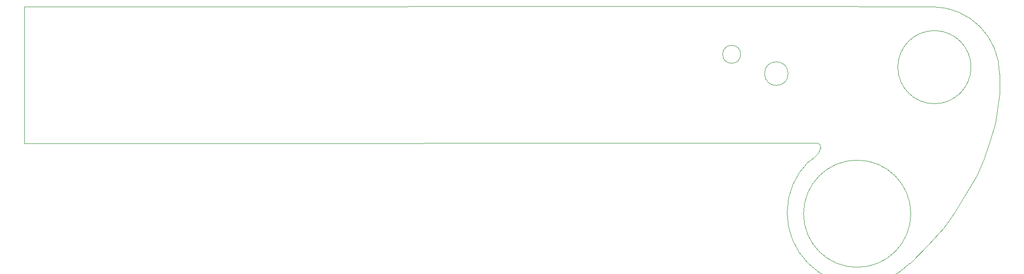
<source format=gbr>
%TF.GenerationSoftware,KiCad,Pcbnew,8.0.2*%
%TF.CreationDate,2024-05-28T12:27:03+02:00*%
%TF.ProjectId,BR_SEMAPHORE,42525f53-454d-4415-9048-4f52452e6b69,rev?*%
%TF.SameCoordinates,Original*%
%TF.FileFunction,Profile,NP*%
%FSLAX46Y46*%
G04 Gerber Fmt 4.6, Leading zero omitted, Abs format (unit mm)*
G04 Created by KiCad (PCBNEW 8.0.2) date 2024-05-28 12:27:03*
%MOMM*%
%LPD*%
G01*
G04 APERTURE LIST*
%TA.AperFunction,Profile*%
%ADD10C,0.050000*%
%TD*%
%TA.AperFunction,Profile*%
%ADD11C,0.100000*%
%TD*%
G04 APERTURE END LIST*
D10*
X242570000Y-118364000D02*
X240665000Y-121031000D01*
X217678000Y-108458000D02*
X217043000Y-108966000D01*
X250565593Y-93662500D02*
X250571000Y-94996000D01*
X250571000Y-94996000D02*
X250571000Y-97155000D01*
X250571000Y-97155000D02*
X249809000Y-102489000D01*
X245509078Y-92453650D02*
G75*
G02*
X232509078Y-92453650I-6500000J0D01*
G01*
X232509078Y-92453650D02*
G75*
G02*
X245509078Y-92453650I6500000J0D01*
G01*
X247777000Y-108839000D02*
X246507000Y-111760000D01*
X218186000Y-105953053D02*
G75*
G02*
X218814671Y-106677864I0J-635047D01*
G01*
X218814619Y-106677857D02*
X218694000Y-107061000D01*
X248920000Y-105537000D02*
X247777000Y-108839000D01*
X218694000Y-107061000D02*
X218440000Y-107696000D01*
X77484000Y-106045000D02*
X77484000Y-81725315D01*
X246507000Y-111760000D02*
X244348000Y-115443000D01*
D11*
X204622000Y-90170000D02*
G75*
G02*
X201422000Y-90170000I-1600000J0D01*
G01*
X201422000Y-90170000D02*
G75*
G02*
X204622000Y-90170000I1600000J0D01*
G01*
D10*
X249809000Y-102489000D02*
X248920000Y-105537000D01*
D11*
X213047000Y-93599000D02*
G75*
G02*
X208847000Y-93599000I-2100000J0D01*
G01*
X208847000Y-93599000D02*
G75*
G02*
X213047000Y-93599000I2100000J0D01*
G01*
D10*
X234823846Y-118491000D02*
G75*
G02*
X215772154Y-118491000I-9525846J0D01*
G01*
X215772154Y-118491000D02*
G75*
G02*
X234823846Y-118491000I9525846J0D01*
G01*
X218186000Y-105953053D02*
X77484000Y-106045000D01*
X244348000Y-115443000D02*
X242570000Y-118364000D01*
X237998000Y-123952000D02*
X234640841Y-127325841D01*
X217043000Y-108966000D02*
X216662000Y-109220000D01*
X218440000Y-107696000D02*
X217678000Y-108458000D01*
X212598000Y-81661000D02*
X238753920Y-81724503D01*
X240665000Y-121031000D02*
X237998000Y-123952000D01*
X212598000Y-81661000D02*
X77484000Y-81725315D01*
D11*
X238753920Y-81724503D02*
G75*
G02*
X250565573Y-93662500I-127020J-11937997D01*
G01*
X234640841Y-127325841D02*
G75*
G02*
X216662082Y-109220083I-9021241J9021241D01*
G01*
M02*

</source>
